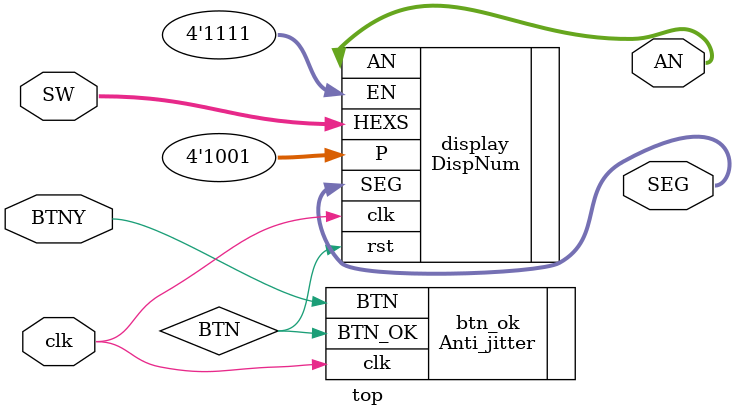
<source format=v>
`timescale 1ns / 1ps


module top(
    input clk,
    input [15:0] SW,
    input BTNY,
    output [7:0] SEG,
    output [3:0] AN
    );
    

    wire BTN;
    // please Add Sources: Anti_jitter.v
    Anti_jitter btn_ok(.clk(clk), .BTN(BTNY), .BTN_OK(BTN));

    DispNum display(.HEXS(SW), .clk(clk), .rst(BTN), .EN(4'b1111), .P(4'b1001), .AN(AN), .SEG(SEG));
    
endmodule

</source>
